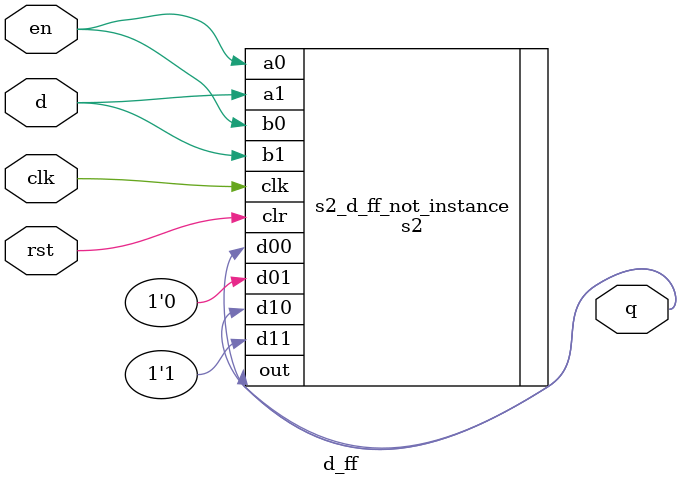
<source format=v>
module d_ff (
    input clk, rst, 
    input d, en,
    output q 
);
    
    s2 s2_d_ff_not_instance(.d00(q), .d01(1'b0), .d10(q), .d11(1'b1), .a1(d), .b1(d), .a0(en), .b0(en), .clr(rst), .clk(clk), .out(q));

endmodule

</source>
